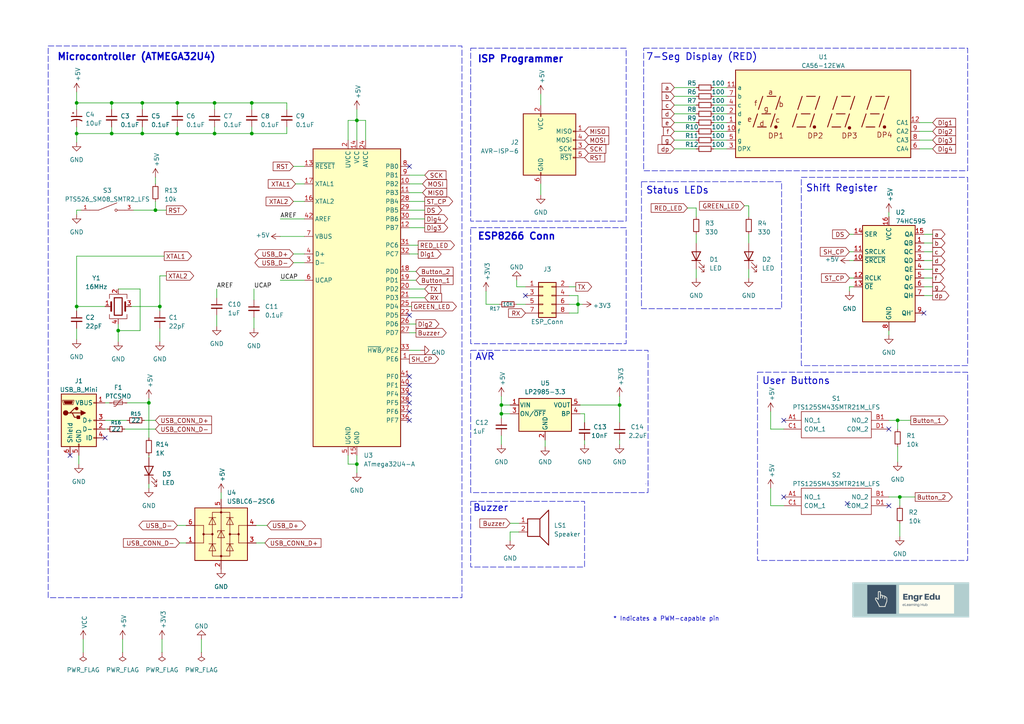
<source format=kicad_sch>
(kicad_sch (version 20230121) (generator eeschema)
  (paper "A4")
  (title_block (title "Phase_B:Prototype") (date "2023-03-22") (rev "1.0"))
  (junction (at 34.29 95.885))
  (junction (at 103.505 134.62))
  (junction (at 32.385 29.845))
  (junction (at 46.355 88.9))
  (junction (at 73.025 38.735))
  (junction (at 41.275 29.845))
  (junction (at 62.23 29.845))
  (junction (at 260.985 144.145))
  (junction (at 51.435 38.735))
  (junction (at 260.35 121.92))
  (junction (at 179.705 117.475))
  (junction (at 45.085 60.96))
  (junction (at 145.415 117.475))
  (junction (at 22.225 38.735))
  (junction (at 145.415 120.015))
  (junction (at 73.025 29.845))
  (junction (at 22.225 29.845))
  (junction (at 51.435 29.845))
  (junction (at 167.64 88.265))
  (junction (at 41.275 38.735))
  (junction (at 32.385 38.735))
  (junction (at 103.505 34.925))
  (junction (at 62.23 38.735))
  (junction (at 22.225 88.9))
  (junction (at 43.18 116.84))
  (no_connect (at 245.745 146.05))
  (no_connect (at 118.745 119.38))
  (no_connect (at 118.745 111.76))
  (no_connect (at 20.32 132.08))
  (no_connect (at 118.745 109.22))
  (no_connect (at 118.745 121.92))
  (no_connect (at 30.48 127))
  (no_connect (at 227.33 144.145))
  (no_connect (at 118.745 91.44))
  (no_connect (at 118.745 114.3))
  (no_connect (at 152.4 85.725))
  (no_connect (at 257.81 146.685))
  (no_connect (at 118.745 48.26))
  (no_connect (at 267.97 90.805))
  (no_connect (at 227.33 121.92))
  (no_connect (at 118.745 116.84))
  (no_connect (at 257.81 124.46))
  (wire (pts (xy 123.19 66.04) (xy 118.745 66.04)))
  (wire (pts (xy 62.23 38.735) (xy 51.435 38.735)))
  (wire (pts (xy 145.415 117.475) (xy 145.415 120.015)))
  (wire (pts (xy 24.13 185.42) (xy 24.13 189.23)))
  (wire (pts (xy 257.81 95.885) (xy 257.81 97.155)))
  (wire (pts (xy 85.09 73.66) (xy 88.265 73.66)))
  (wire (pts (xy 22.225 74.295) (xy 22.225 88.9)))
  (wire (pts (xy 207.01 30.48) (xy 210.82 30.48)))
  (wire (pts (xy 22.225 36.83) (xy 22.225 38.735)))
  (wire (pts (xy 123.19 63.5) (xy 118.745 63.5)))
  (wire (pts (xy 46.355 80.01) (xy 46.355 88.9)))
  (wire (pts (xy 167.64 88.265) (xy 165.1 88.265)))
  (wire (pts (xy 73.66 92.075) (xy 73.66 95.25)))
  (wire (pts (xy 43.18 115.57) (xy 43.18 116.84)))
  (wire (pts (xy 43.18 116.84) (xy 43.18 127)))
  (wire (pts (xy 62.23 31.75) (xy 62.23 29.845)))
  (wire (pts (xy 118.745 96.52) (xy 120.65 96.52)))
  (wire (pts (xy 144.78 88.265) (xy 140.97 88.265)))
  (wire (pts (xy 83.185 29.845) (xy 73.025 29.845)))
  (wire (pts (xy 58.42 185.42) (xy 58.42 189.23)))
  (wire (pts (xy 52.07 157.48) (xy 53.975 157.48)))
  (wire (pts (xy 168.275 117.475) (xy 179.705 117.475)))
  (wire (pts (xy 147.955 154.305) (xy 147.955 156.845)))
  (wire (pts (xy 267.97 67.945) (xy 270.51 67.945)))
  (wire (pts (xy 22.225 38.735) (xy 22.225 41.275)))
  (wire (pts (xy 74.295 157.48) (xy 76.835 157.48)))
  (wire (pts (xy 22.225 60.96) (xy 22.225 62.23)))
  (wire (pts (xy 100.965 132.08) (xy 100.965 134.62)))
  (wire (pts (xy 227.33 124.46) (xy 223.52 124.46)))
  (wire (pts (xy 40.64 95.885) (xy 34.29 95.885)))
  (wire (pts (xy 145.415 120.015) (xy 147.955 120.015)))
  (wire (pts (xy 260.35 121.92) (xy 260.35 124.46)))
  (wire (pts (xy 43.18 140.335) (xy 43.18 141.605)))
  (wire (pts (xy 201.93 67.945) (xy 201.93 70.485)))
  (wire (pts (xy 118.745 50.8) (xy 123.19 50.8)))
  (wire (pts (xy 106.045 40.64) (xy 106.045 34.925)))
  (wire (pts (xy 100.965 40.64) (xy 100.965 34.925)))
  (wire (pts (xy 246.38 73.025) (xy 247.65 73.025)))
  (wire (pts (xy 81.28 81.28) (xy 88.265 81.28)))
  (wire (pts (xy 35.56 185.42) (xy 35.56 189.23)))
  (wire (pts (xy 145.415 126.365) (xy 145.415 128.905)))
  (wire (pts (xy 83.185 31.75) (xy 83.185 29.845)))
  (wire (pts (xy 169.545 127.635) (xy 169.545 128.905)))
  (wire (pts (xy 120.65 81.28) (xy 118.745 81.28)))
  (wire (pts (xy 167.64 90.805) (xy 167.64 88.265)))
  (wire (pts (xy 30.48 121.92) (xy 36.83 121.92)))
  (wire (pts (xy 195.58 30.48) (xy 201.93 30.48)))
  (wire (pts (xy 23.495 60.96) (xy 22.225 60.96)))
  (wire (pts (xy 165.1 90.805) (xy 167.64 90.805)))
  (wire (pts (xy 147.955 151.765) (xy 150.495 151.765)))
  (wire (pts (xy 46.355 88.9) (xy 46.355 90.17)))
  (wire (pts (xy 145.415 120.015) (xy 145.415 121.285)))
  (wire (pts (xy 81.28 68.58) (xy 88.265 68.58)))
  (wire (pts (xy 266.7 38.1) (xy 270.51 38.1)))
  (wire (pts (xy 45.085 58.42) (xy 45.085 60.96)))
  (wire (pts (xy 30.48 124.46) (xy 31.115 124.46)))
  (wire (pts (xy 156.845 53.34) (xy 156.845 56.515)))
  (wire (pts (xy 121.285 73.66) (xy 118.745 73.66)))
  (wire (pts (xy 217.17 59.69) (xy 217.17 62.865)))
  (wire (pts (xy 46.99 185.42) (xy 46.99 189.23)))
  (wire (pts (xy 118.745 101.6) (xy 121.92 101.6)))
  (wire (pts (xy 100.965 34.925) (xy 103.505 34.925)))
  (wire (pts (xy 195.58 27.94) (xy 201.93 27.94)))
  (wire (pts (xy 165.1 83.185) (xy 167.005 83.185)))
  (wire (pts (xy 36.195 124.46) (xy 45.085 124.46)))
  (wire (pts (xy 165.1 85.725) (xy 167.64 85.725)))
  (wire (pts (xy 247.65 83.185) (xy 246.38 83.185)))
  (wire (pts (xy 30.48 88.9) (xy 22.225 88.9)))
  (wire (pts (xy 123.19 86.36) (xy 118.745 86.36)))
  (wire (pts (xy 179.705 117.475) (xy 179.705 122.555)))
  (wire (pts (xy 257.81 144.145) (xy 260.985 144.145)))
  (wire (pts (xy 85.725 53.34) (xy 88.265 53.34)))
  (wire (pts (xy 85.09 48.26) (xy 88.265 48.26)))
  (wire (pts (xy 145.415 114.935) (xy 145.415 117.475)))
  (wire (pts (xy 217.17 67.945) (xy 217.17 70.485)))
  (wire (pts (xy 195.58 35.56) (xy 201.93 35.56)))
  (wire (pts (xy 118.745 93.98) (xy 120.65 93.98)))
  (wire (pts (xy 257.81 61.595) (xy 257.81 62.865)))
  (wire (pts (xy 22.225 88.9) (xy 22.225 90.17)))
  (wire (pts (xy 73.025 31.75) (xy 73.025 29.845)))
  (wire (pts (xy 215.9 59.69) (xy 217.17 59.69)))
  (wire (pts (xy 149.86 83.185) (xy 149.86 81.28)))
  (wire (pts (xy 48.26 80.01) (xy 46.355 80.01)))
  (wire (pts (xy 40.64 83.82) (xy 40.64 95.885)))
  (wire (pts (xy 51.435 36.83) (xy 51.435 38.735)))
  (wire (pts (xy 38.735 60.96) (xy 45.085 60.96)))
  (wire (pts (xy 195.58 38.1) (xy 201.93 38.1)))
  (wire (pts (xy 246.38 67.945) (xy 247.65 67.945)))
  (wire (pts (xy 118.745 58.42) (xy 123.19 58.42)))
  (wire (pts (xy 207.01 25.4) (xy 210.82 25.4)))
  (wire (pts (xy 41.91 121.92) (xy 45.085 121.92)))
  (wire (pts (xy 260.35 121.92) (xy 264.16 121.92)))
  (wire (pts (xy 51.435 152.4) (xy 53.975 152.4)))
  (wire (pts (xy 77.47 152.4) (xy 74.295 152.4)))
  (wire (pts (xy 103.505 31.75) (xy 103.505 34.925)))
  (wire (pts (xy 62.865 91.44) (xy 62.865 94.615)))
  (wire (pts (xy 217.17 78.105) (xy 217.17 80.645)))
  (wire (pts (xy 267.97 80.645) (xy 270.51 80.645)))
  (wire (pts (xy 266.7 40.64) (xy 270.51 40.64)))
  (wire (pts (xy 62.23 29.845) (xy 73.025 29.845)))
  (wire (pts (xy 100.965 134.62) (xy 103.505 134.62)))
  (wire (pts (xy 64.135 142.875) (xy 64.135 144.78)))
  (wire (pts (xy 246.38 75.565) (xy 247.65 75.565)))
  (wire (pts (xy 260.985 144.145) (xy 260.985 146.685)))
  (wire (pts (xy 207.01 33.02) (xy 210.82 33.02)))
  (wire (pts (xy 152.4 83.185) (xy 149.86 83.185)))
  (wire (pts (xy 36.83 116.84) (xy 43.18 116.84)))
  (wire (pts (xy 45.085 60.96) (xy 48.26 60.96)))
  (wire (pts (xy 156.845 27.305) (xy 156.845 30.48)))
  (wire (pts (xy 73.025 38.735) (xy 62.23 38.735)))
  (wire (pts (xy 38.1 88.9) (xy 46.355 88.9)))
  (wire (pts (xy 45.085 51.435) (xy 45.085 53.34)))
  (wire (pts (xy 32.385 38.735) (xy 22.225 38.735)))
  (wire (pts (xy 81.28 63.5) (xy 88.265 63.5)))
  (wire (pts (xy 195.58 43.18) (xy 201.93 43.18)))
  (wire (pts (xy 150.495 154.305) (xy 147.955 154.305)))
  (wire (pts (xy 121.285 71.12) (xy 118.745 71.12)))
  (wire (pts (xy 22.225 29.845) (xy 32.385 29.845)))
  (wire (pts (xy 73.025 36.83) (xy 73.025 38.735)))
  (wire (pts (xy 103.505 132.08) (xy 103.505 134.62)))
  (wire (pts (xy 179.705 127.635) (xy 179.705 128.905)))
  (wire (pts (xy 158.115 127.635) (xy 158.115 129.54)))
  (wire (pts (xy 140.97 88.265) (xy 140.97 84.455)))
  (wire (pts (xy 118.745 53.34) (xy 122.555 53.34)))
  (wire (pts (xy 260.985 144.145) (xy 265.43 144.145)))
  (wire (pts (xy 22.225 26.67) (xy 22.225 29.845)))
  (wire (pts (xy 51.435 29.845) (xy 62.23 29.845)))
  (wire (pts (xy 123.19 60.96) (xy 118.745 60.96)))
  (wire (pts (xy 246.38 83.185) (xy 246.38 84.455)))
  (wire (pts (xy 207.01 40.64) (xy 210.82 40.64)))
  (wire (pts (xy 41.275 29.845) (xy 32.385 29.845)))
  (wire (pts (xy 41.275 29.845) (xy 51.435 29.845)))
  (wire (pts (xy 267.97 73.025) (xy 270.51 73.025)))
  (wire (pts (xy 85.09 58.42) (xy 88.265 58.42)))
  (wire (pts (xy 149.86 88.265) (xy 152.4 88.265)))
  (wire (pts (xy 207.01 27.94) (xy 210.82 27.94)))
  (wire (pts (xy 195.58 33.02) (xy 201.93 33.02)))
  (wire (pts (xy 207.01 38.1) (xy 210.82 38.1)))
  (wire (pts (xy 34.29 83.82) (xy 40.64 83.82)))
  (wire (pts (xy 73.66 83.82) (xy 73.66 86.995)))
  (wire (pts (xy 34.29 95.885) (xy 34.29 99.06)))
  (wire (pts (xy 167.64 85.725) (xy 167.64 88.265)))
  (wire (pts (xy 260.35 129.54) (xy 260.35 133.985)))
  (wire (pts (xy 267.97 75.565) (xy 270.51 75.565)))
  (wire (pts (xy 266.7 43.18) (xy 270.51 43.18)))
  (wire (pts (xy 118.745 88.9) (xy 119.38 88.9)))
  (wire (pts (xy 267.97 78.105) (xy 270.51 78.105)))
  (wire (pts (xy 257.81 121.92) (xy 260.35 121.92)))
  (wire (pts (xy 223.52 124.46) (xy 223.52 119.38)))
  (wire (pts (xy 62.865 83.82) (xy 62.865 86.36)))
  (wire (pts (xy 41.275 29.845) (xy 41.275 31.75)))
  (wire (pts (xy 267.97 70.485) (xy 270.51 70.485)))
  (wire (pts (xy 260.985 151.765) (xy 260.985 155.575)))
  (wire (pts (xy 41.275 36.83) (xy 41.275 38.735)))
  (wire (pts (xy 83.185 38.735) (xy 73.025 38.735)))
  (wire (pts (xy 195.58 25.4) (xy 201.93 25.4)))
  (wire (pts (xy 195.58 40.64) (xy 201.93 40.64)))
  (wire (pts (xy 145.415 117.475) (xy 147.955 117.475)))
  (wire (pts (xy 22.225 95.25) (xy 22.225 98.425)))
  (wire (pts (xy 51.435 31.75) (xy 51.435 29.845)))
  (wire (pts (xy 201.93 60.325) (xy 201.93 62.865)))
  (wire (pts (xy 22.225 29.845) (xy 22.225 31.75)))
  (wire (pts (xy 201.93 78.105) (xy 201.93 80.645)))
  (wire (pts (xy 120.65 78.74) (xy 118.745 78.74)))
  (wire (pts (xy 22.86 132.08) (xy 22.86 134.62)))
  (wire (pts (xy 46.355 95.25) (xy 46.355 99.06)))
  (wire (pts (xy 223.52 146.685) (xy 223.52 141.605)))
  (wire (pts (xy 62.23 36.83) (xy 62.23 38.735)))
  (wire (pts (xy 32.385 36.83) (xy 32.385 38.735)))
  (wire (pts (xy 179.705 114.935) (xy 179.705 117.475)))
  (wire (pts (xy 103.505 34.925) (xy 103.505 40.64)))
  (wire (pts (xy 103.505 134.62) (xy 103.505 137.16)))
  (wire (pts (xy 207.01 35.56) (xy 210.82 35.56)))
  (wire (pts (xy 267.97 85.725) (xy 270.51 85.725)))
  (wire (pts (xy 103.505 34.925) (xy 106.045 34.925)))
  (wire (pts (xy 51.435 38.735) (xy 41.275 38.735)))
  (wire (pts (xy 41.275 38.735) (xy 32.385 38.735)))
  (wire (pts (xy 266.7 35.56) (xy 270.51 35.56)))
  (wire (pts (xy 227.33 146.685) (xy 223.52 146.685)))
  (wire (pts (xy 85.09 76.2) (xy 88.265 76.2)))
  (wire (pts (xy 30.48 116.84) (xy 31.75 116.84)))
  (wire (pts (xy 34.29 95.885) (xy 34.29 93.98)))
  (wire (pts (xy 168.275 120.015) (xy 169.545 120.015)))
  (wire (pts (xy 246.38 80.645) (xy 247.65 80.645)))
  (wire (pts (xy 47.625 74.295) (xy 22.225 74.295)))
  (wire (pts (xy 83.185 36.83) (xy 83.185 38.735)))
  (wire (pts (xy 199.39 60.325) (xy 201.93 60.325)))
  (wire (pts (xy 169.545 120.015) (xy 169.545 122.555)))
  (wire (pts (xy 43.18 132.08) (xy 43.18 132.715)))
  (wire (pts (xy 118.745 83.82) (xy 123.19 83.82)))
  (wire (pts (xy 167.64 88.265) (xy 168.91 88.265)))
  (wire (pts (xy 267.97 83.185) (xy 270.51 83.185)))
  (wire (pts (xy 118.745 55.88) (xy 122.555 55.88)))
  (wire (pts (xy 32.385 31.75) (xy 32.385 29.845)))
  (wire (pts (xy 207.01 43.18) (xy 210.82 43.18)))
  (rectangle (start 187.96 140.335) (end 187.96 140.335))
  (rectangle (start 136.525 66.04) (end 181.61 99.695) (stroke (width 0) (type dash)))
  (rectangle (start 136.525 13.97) (end 181.61 64.135) (stroke (width 0) (type dash)))
  (rectangle (start 13.97 13.335) (end 133.985 173.355) (stroke (width 0) (type dash)))
  (rectangle (start 136.525 101.6) (end 187.96 142.875) (stroke (width 0) (type dash)))
  (rectangle (start 136.525 145.415) (end 169.545 164.465) (stroke (width 0) (type dash)))
  (rectangle (start 187.325 140.335) (end 187.325 140.335))
  (rectangle (start 219.71 107.95) (end 280.67 162.56) (stroke (width 0) (type dash)))
  (rectangle (start 186.055 52.705) (end 226.695 89.535) (stroke (width 0) (type dash)))
  (rectangle (start 232.41 51.435) (end 280.67 106.045) (stroke (width 0) (type dash)))
  (rectangle (start 186.69 13.97) (end 280.67 49.53) (stroke (width 0) (type dash)))
  (image (at 264.16 173.99) (scale 0.800628))
  (text "Shift Register" (at 233.68 55.88 0) (effects (font (size 2 2) (thickness 0.254) bold) (justify left bottom)))
  (text "ISP Programmer" (at 138.43 18.415 0) (effects (font (size 2 2) (thickness 0.4) bold) (justify left bottom)))
  (text "Status LEDs" (at 187.325 56.515 0) (effects (font (size 2 2) (thickness 0.254) bold) (justify left bottom)))
  (text "AVR" (at 137.795 104.775 0) (effects (font (size 2 2) (thickness 0.254) bold) (justify left bottom)))
  (text "ESP8266 Conn" (at 138.43 69.85 0) (effects (font (size 2 2) (thickness 0.4) bold) (justify left bottom)))
  (text "Microcontroller (ATMEGA32U4)" (at 16.51 17.78 0) (effects (font (size 2 2) bold) (justify left bottom)))
  (text "User Buttons" (at 220.98 111.76 0) (effects (font (size 2 2) (thickness 0.254) bold) (justify left bottom)))
  (text "Buzzer" (at 137.16 148.59 0) (effects (font (size 2 2) (thickness 0.254) bold) (justify left bottom)))
  (text "* Indicates a PWM-capable pin" (at 177.8 180.34 0) (effects (font (size 1.27 1.27)) (justify left bottom)))
  (text "7-Seg Display (RED)" (at 187.325 17.78 0) (effects (font (size 2 2) (thickness 0.254) bold) (justify left bottom)))
  (label "UCAP" (at 73.66 83.82 0))
  (label "UCAP" (at 81.28 81.28 0))
  (label "AREF" (at 62.865 83.82 0))
  (label "AREF" (at 81.28 63.5 0))
  (global_label "Button_1" (shape input) (at 120.65 81.28 0) (property "Intersheetrefs" "${INTERSHEET_REFS}" (effects hide)))
  (global_label "Buzzer" (shape output) (at 120.65 96.52 0) (property "Intersheetrefs" "${INTERSHEET_REFS}" (effects hide)))
  (global_label "e" (shape output) (at 270.51 78.105 0) (property "Intersheetrefs" "${INTERSHEET_REFS}" (effects hide)))
  (global_label "Button_1" (shape output) (at 264.16 121.92 0) (property "Intersheetrefs" "${INTERSHEET_REFS}" (effects hide)))
  (global_label "g" (shape output) (at 270.51 83.185 0) (property "Intersheetrefs" "${INTERSHEET_REFS}" (effects hide)))
  (global_label "RX" (shape input) (at 152.4 90.805 180) (property "Intersheetrefs" "${INTERSHEET_REFS}" (effects hide)))
  (global_label "XTAL1" (shape input) (at 85.725 53.34 180) (property "Intersheetrefs" "${INTERSHEET_REFS}" (effects hide)))
  (global_label "dp" (shape output) (at 270.51 85.725 0) (property "Intersheetrefs" "${INTERSHEET_REFS}" (effects hide)))
  (global_label "USB_CONN_D-" (shape input) (at 52.07 157.48 180) (property "Intersheetrefs" "${INTERSHEET_REFS}" (effects hide)))
  (global_label "USB_D+" (shape bidirectional) (at 85.09 73.66 180) (property "Intersheetrefs" "${INTERSHEET_REFS}" (effects hide)))
  (global_label "b" (shape input) (at 195.58 27.94 180) (property "Intersheetrefs" "${INTERSHEET_REFS}" (effects hide)))
  (global_label "f" (shape output) (at 270.51 80.645 0) (property "Intersheetrefs" "${INTERSHEET_REFS}" (effects hide)))
  (global_label "ST_CP" (shape input) (at 246.38 80.645 180) (property "Intersheetrefs" "${INTERSHEET_REFS}" (effects hide)))
  (global_label "XTAL2" (shape output) (at 48.26 80.01 0) (property "Intersheetrefs" "${INTERSHEET_REFS}" (effects hide)))
  (global_label "d" (shape input) (at 195.58 33.02 180) (property "Intersheetrefs" "${INTERSHEET_REFS}" (effects hide)))
  (global_label "Dig1" (shape output) (at 121.285 73.66 0) (property "Intersheetrefs" "${INTERSHEET_REFS}" (effects hide)))
  (global_label "a" (shape input) (at 195.58 25.4 180) (property "Intersheetrefs" "${INTERSHEET_REFS}" (effects hide)))
  (global_label "USB_D+" (shape bidirectional) (at 77.47 152.4 0) (property "Intersheetrefs" "${INTERSHEET_REFS}" (effects hide)))
  (global_label "RST" (shape input) (at 169.545 45.72 0) (property "Intersheetrefs" "${INTERSHEET_REFS}" (effects hide)))
  (global_label "Dig3" (shape output) (at 123.19 66.04 0) (property "Intersheetrefs" "${INTERSHEET_REFS}" (effects hide)))
  (global_label "c" (shape output) (at 270.51 73.025 0) (property "Intersheetrefs" "${INTERSHEET_REFS}" (effects hide)))
  (global_label "USB_CONN_D+" (shape input) (at 76.835 157.48 0) (property "Intersheetrefs" "${INTERSHEET_REFS}" (effects hide)))
  (global_label "RED_LED" (shape output) (at 121.285 71.12 0) (property "Intersheetrefs" "${INTERSHEET_REFS}" (effects hide)))
  (global_label "DS" (shape output) (at 123.19 60.96 0) (property "Intersheetrefs" "${INTERSHEET_REFS}" (effects hide)))
  (global_label "g" (shape input) (at 195.58 40.64 180) (property "Intersheetrefs" "${INTERSHEET_REFS}" (effects hide)))
  (global_label "Dig1" (shape input) (at 270.51 35.56 0) (property "Intersheetrefs" "${INTERSHEET_REFS}" (effects hide)))
  (global_label "TX" (shape input) (at 123.19 83.82 0) (property "Intersheetrefs" "${INTERSHEET_REFS}" (effects hide)))
  (global_label "ST_CP" (shape output) (at 123.19 58.42 0) (property "Intersheetrefs" "${INTERSHEET_REFS}" (effects hide)))
  (global_label "GREEN_LED" (shape input) (at 215.9 59.69 180) (property "Intersheetrefs" "${INTERSHEET_REFS}" (effects hide)))
  (global_label "GREEN_LED" (shape output) (at 119.38 88.9 0) (property "Intersheetrefs" "${INTERSHEET_REFS}" (effects hide)))
  (global_label "RX" (shape input) (at 123.19 86.36 0) (property "Intersheetrefs" "${INTERSHEET_REFS}" (effects hide)))
  (global_label "a" (shape output) (at 270.51 67.945 0) (property "Intersheetrefs" "${INTERSHEET_REFS}" (effects hide)))
  (global_label "Dig2" (shape input) (at 270.51 38.1 0) (property "Intersheetrefs" "${INTERSHEET_REFS}" (effects hide)))
  (global_label "DS" (shape input) (at 246.38 67.945 180) (property "Intersheetrefs" "${INTERSHEET_REFS}" (effects hide)))
  (global_label "SH_CP" (shape input) (at 246.38 73.025 180) (property "Intersheetrefs" "${INTERSHEET_REFS}" (effects hide)))
  (global_label "RST" (shape input) (at 85.09 48.26 180) (property "Intersheetrefs" "${INTERSHEET_REFS}" (effects hide)))
  (global_label "Button_2" (shape output) (at 265.43 144.145 0) (property "Intersheetrefs" "${INTERSHEET_REFS}" (effects hide)))
  (global_label "Dig2" (shape output) (at 120.65 93.98 0) (property "Intersheetrefs" "${INTERSHEET_REFS}" (effects hide)))
  (global_label "Dig4" (shape input) (at 270.51 43.18 0) (property "Intersheetrefs" "${INTERSHEET_REFS}" (effects hide)))
  (global_label "MISO" (shape input) (at 169.545 38.1 0) (property "Intersheetrefs" "${INTERSHEET_REFS}" (effects hide)))
  (global_label "XTAL1" (shape output) (at 47.625 74.295 0) (property "Intersheetrefs" "${INTERSHEET_REFS}" (effects hide)))
  (global_label "SCK" (shape input) (at 123.19 50.8 0) (property "Intersheetrefs" "${INTERSHEET_REFS}" (effects hide)))
  (global_label "USB_CONN_D+" (shape input) (at 45.085 121.92 0) (property "Intersheetrefs" "${INTERSHEET_REFS}" (effects hide)))
  (global_label "c" (shape input) (at 195.58 30.48 180) (property "Intersheetrefs" "${INTERSHEET_REFS}" (effects hide)))
  (global_label "Button_2" (shape input) (at 120.65 78.74 0) (property "Intersheetrefs" "${INTERSHEET_REFS}" (effects hide)))
  (global_label "TX" (shape output) (at 167.005 83.185 0) (property "Intersheetrefs" "${INTERSHEET_REFS}" (effects hide)))
  (global_label "dp" (shape input) (at 195.58 43.18 180) (property "Intersheetrefs" "${INTERSHEET_REFS}" (effects hide)))
  (global_label "XTAL2" (shape input) (at 85.09 58.42 180) (property "Intersheetrefs" "${INTERSHEET_REFS}" (effects hide)))
  (global_label "SH_CP" (shape output) (at 118.745 104.14 0) (property "Intersheetrefs" "${INTERSHEET_REFS}" (effects hide)))
  (global_label "Dig3" (shape input) (at 270.51 40.64 0) (property "Intersheetrefs" "${INTERSHEET_REFS}" (effects hide)))
  (global_label "Dig4" (shape output) (at 123.19 63.5 0) (property "Intersheetrefs" "${INTERSHEET_REFS}" (effects hide)))
  (global_label "Buzzer" (shape input) (at 147.955 151.765 180) (property "Intersheetrefs" "${INTERSHEET_REFS}" (effects hide)))
  (global_label "d" (shape output) (at 270.51 75.565 0) (property "Intersheetrefs" "${INTERSHEET_REFS}" (effects hide)))
  (global_label "USB_CONN_D-" (shape input) (at 45.085 124.46 0) (property "Intersheetrefs" "${INTERSHEET_REFS}" (effects hide)))
  (global_label "USB_D-" (shape bidirectional) (at 51.435 152.4 180) (property "Intersheetrefs" "${INTERSHEET_REFS}" (effects hide)))
  (global_label "e" (shape input) (at 195.58 35.56 180) (property "Intersheetrefs" "${INTERSHEET_REFS}" (effects hide)))
  (global_label "MOSI" (shape input) (at 122.555 53.34 0) (property "Intersheetrefs" "${INTERSHEET_REFS}" (effects hide)))
  (global_label "MOSI" (shape input) (at 169.545 40.64 0) (property "Intersheetrefs" "${INTERSHEET_REFS}" (effects hide)))
  (global_label "f" (shape input) (at 195.58 38.1 180) (property "Intersheetrefs" "${INTERSHEET_REFS}" (effects hide)))
  (global_label "b" (shape output) (at 270.51 70.485 0) (property "Intersheetrefs" "${INTERSHEET_REFS}" (effects hide)))
  (global_label "MISO" (shape input) (at 122.555 55.88 0) (property "Intersheetrefs" "${INTERSHEET_REFS}" (effects hide)))
  (global_label "USB_D-" (shape bidirectional) (at 85.09 76.2 180) (property "Intersheetrefs" "${INTERSHEET_REFS}" (effects hide)))
  (global_label "RED_LED" (shape input) (at 199.39 60.325 180) (property "Intersheetrefs" "${INTERSHEET_REFS}" (effects hide)))
  (global_label "RST" (shape output) (at 48.26 60.96 0) (property "Intersheetrefs" "${INTERSHEET_REFS}" (effects hide)))
  (global_label "SCK" (shape input) (at 169.545 43.18 0) (property "Intersheetrefs" "${INTERSHEET_REFS}" (effects hide)))
  (symbol (lib_id "power:+5V") (at 223.52 141.605 0) (unit 1)
    (property "Reference" "#PWR014" (effects hide))
    (property "Value" "+5V" (at 223.8756 138.557 90) (effects (justify left)))
  )
  (symbol (lib_id "74xx:74HC595") (at 257.81 78.105 0) (unit 1)
    (property "Reference" "U2" (at 259.7659 61.595 0) (effects (justify left)))
    (property "Value" "74HC595" (at 259.7659 64.135 0) (effects (justify left)))
    (property "Footprint" "Package_SO:TSSOP-16_4.4x5mm_P0.65mm" (effects hide))
    (property "Datasheet" "http://www.ti.com/lit/ds/symlink/sn74hc595.pdf" (effects hide))
  )
  (symbol (lib_id "power:PWR_FLAG") (at 24.13 189.23 180) (unit 1)
    (property "Reference" "#FLG01" (effects hide))
    (property "Value" "PWR_FLAG" (at 24.13 194.31 0))
  )
  (symbol (lib_id "Device:R_Small") (at 45.085 55.88 0) (unit 1)
    (property "Reference" "R13" (at 47.625 55.245 0) (effects (justify left)))
    (property "Value" "10k" (at 47.625 57.785 0) (effects (justify left)))
    (property "Footprint" "Resistor_SMD:R_0603_1608Metric" (effects hide))
  )
  (symbol (lib_id "Connector:AVR-ISP-6") (at 159.385 43.18 0) (unit 1)
    (property "Reference" "J2" (at 150.495 41.275 0) (effects (justify right)))
    (property "Value" "AVR-ISP-6" (at 150.495 43.815 0) (effects (justify right)))
    (property "Footprint" "Connector_PinSocket_2.54mm:PinSocket_2x03_P2.54mm_Vertical" (effects hide))
    (property "Datasheet" " ~" (effects hide))
  )
  (symbol (lib_id "Connector_Generic:Conn_02x04_Odd_Even") (at 157.48 85.725 0) (unit 1)
    (property "Reference" "J3" (at 158.75 78.105 0))
    (property "Value" "ESP_Conn" (at 158.75 93.345 0))
    (property "Footprint" "Connector_PinSocket_2.54mm:PinSocket_2x04_P2.54mm_Vertical" (effects hide))
  )
  (symbol (lib_id "Device:LED") (at 201.93 74.295 90) (unit 1)
    (property "Reference" "D1" (at 205.74 75.2475 90) (effects (justify right)))
    (property "Value" "LED" (at 205.74 77.7875 90) (effects (justify right)))
    (property "Footprint" "LED_SMD:LED_0805_2012Metric" (effects hide))
  )
  (symbol (lib_id "Device:C_Small") (at 179.705 125.095 0) (unit 1)
    (property "Reference" "C14" (at 182.88 123.825 0) (effects (justify left)))
    (property "Value" "2.2uF" (at 182.245 126.365 0) (effects (justify left)))
    (property "Footprint" "Capacitor_SMD:C_0603_1608Metric" (effects hide))
  )
  (symbol (lib_id "Device:C_Polarized_Small_US") (at 22.225 34.29 0) (unit 1)
    (property "Reference" "C4" (at 24.765 33.2232 0) (effects (justify left)))
    (property "Value" "10uF" (at 24.765 35.7632 0) (effects (justify left)))
    (property "Footprint" "Capacitor_SMD:C_0805_2012Metric" (effects hide))
  )
  (symbol (lib_id "Device:C_Small") (at 51.435 34.29 0) (unit 1)
    (property "Reference" "C6" (at 53.975 33.6613 0) (effects (justify left)))
    (property "Value" "0.1uF" (at 53.975 36.2013 0) (effects (justify left)))
    (property "Footprint" "Capacitor_SMD:C_0603_1608Metric" (effects hide))
  )
  (symbol (lib_id "Device:Crystal_GND24") (at 34.29 88.9 0) (unit 1)
    (property "Reference" "Y1" (at 27.94 80.645 0))
    (property "Value" "16MHz" (at 27.94 83.185 0))
    (property "Footprint" "Crystal:Crystal_SMD_Abracon_ABM8AIG-4Pin_3.2x2.5mm" (effects hide))
  )
  (symbol (lib_id "power:+5V") (at 43.18 115.57 0) (unit 1)
    (property "Reference" "#PWR029" (effects hide))
    (property "Value" "+5V" (at 43.5356 112.522 90) (effects (justify left)))
  )
  (symbol (lib_id "power:GND") (at 22.86 134.62 0) (unit 1)
    (property "Reference" "#PWR028" (effects hide))
    (property "Value" "GND" (at 22.86 139.7 0))
  )
  (symbol (lib_id "power:GND") (at 145.415 128.905 0) (unit 1)
    (property "Reference" "#PWR041" (effects hide))
    (property "Value" "GND" (at 145.415 133.985 0))
  )
  (symbol (lib_id "power:+3V3") (at 168.91 88.265 270) (unit 1)
    (property "Reference" "#PWR035" (effects hide))
    (property "Value" "+3.3V" (at 171.958 88.646 90) (effects (justify left)))
  )
  (symbol (lib_id "PTS526_SMD_Button:PTS526_SM08_SMTR2_LFS") (at 31.115 60.96 0) (unit 1)
    (property "Reference" "S3" (at 31.115 55.245 0))
    (property "Value" "PTS526_SM08_SMTR2_LFS" (at 31.115 57.785 0))
    (property "Footprint" "PTS526_SMD_Button:PTS526_SMD_Button" (effects hide))
    (property "STANDARD" "Manufacturer Recommendations" (effects hide))
    (property "MANUFACTURER" "C&K" (effects hide))
    (property "PARTREV" "20 mar 19" (effects hide))
    (property "MAXIMUM_PACKAGE_HEIGHT" "0.95mm" (effects hide))
  )
  (symbol (lib_id "power:GND") (at 22.225 98.425 0) (unit 1)
    (property "Reference" "#PWR04" (effects hide))
    (property "Value" "GND" (at 22.225 103.505 0))
  )
  (symbol (lib_id "Device:R_Small") (at 43.18 129.54 0) (unit 1)
    (property "Reference" "R14" (at 45.085 128.905 0) (effects (justify left)))
    (property "Value" "1K" (at 45.085 131.445 0) (effects (justify left)))
    (property "Footprint" "Resistor_SMD:R_0805_2012Metric" (effects hide))
  )
  (symbol (lib_id "Device:C_Small") (at 83.185 34.29 0) (unit 1)
    (property "Reference" "C9" (at 85.725 33.6613 0) (effects (justify left)))
    (property "Value" "0.1uF" (at 85.725 36.2013 0) (effects (justify left)))
    (property "Footprint" "Capacitor_SMD:C_0603_1608Metric" (effects hide))
  )
  (symbol (lib_id "power:GND") (at 121.92 101.6 90) (unit 1)
    (property "Reference" "#PWR044" (effects hide))
    (property "Value" "GND" (at 125.095 102.235 90) (effects (justify right)))
  )
  (symbol (lib_id "Device:R_Small") (at 33.655 124.46 90) (unit 1)
    (property "Reference" "R16" (at 33.655 122.555 90) (effects (font (size 1 1))))
    (property "Value" "22" (at 33.655 124.46 90))
    (property "Footprint" "Resistor_SMD:R_0603_1608Metric" (effects hide))
  )
  (symbol (lib_id "SMD_Button:PTS125SM43SMTR21M_LFS") (at 227.33 144.145 0) (unit 1)
    (property "Reference" "S2" (at 242.57 137.795 0))
    (property "Value" "PTS125SM43SMTR21M_LFS" (at 242.57 140.335 0))
    (property "Footprint" "PTS125_SMD_Button:PTS125_SMD_Button" (effects hide))
    (property "Datasheet" "https://www.ckswitches.com/media/1462/pts125.pdf" (effects hide))
    (property "Description" "Tactile Switches SWITCH TACTILE 50mA @ 12VDC, SPST-NO, Surface Mount, Top Actuated, Gull Wing, 180gf" (effects hide))
    (property "Height" "4.3" (effects hide))
    (property "Manufacturer_Name" "C & K COMPONENTS" (effects hide))
    (property "Manufacturer_Part_Number" "PTS125SM43SMTR21M LFS" (effects hide))
    (property "Mouser Part Number" "611-PTS125S43SMTRLFS" (effects hide))
    (property "Mouser Price/Stock" "https://www.mouser.co.uk/ProductDetail/CK/PTS125SM43SMTR21M-LFS?qs=t7xnP681wgUNXpRGJY2Vkw%3D%3D" (effects hide))
  )
  (symbol (lib_id "power:+3V3") (at 179.705 114.935 0) (unit 1)
    (property "Reference" "#PWR042" (effects hide))
    (property "Value" "+3.3V" (at 180.086 111.887 90) (effects (justify left)))
  )
  (symbol (lib_id "Device:C_Small") (at 22.225 92.71 0) (unit 1)
    (property "Reference" "C2" (at 24.765 92.0813 0) (effects (justify left)))
    (property "Value" "22pF" (at 24.765 94.6213 0) (effects (justify left)))
    (property "Footprint" "Capacitor_SMD:C_0603_1608Metric" (effects hide))
  )
  (symbol (lib_id "power:PWR_FLAG") (at 35.56 189.23 180) (unit 1)
    (property "Reference" "#FLG02" (effects hide))
    (property "Value" "PWR_FLAG" (at 35.56 194.31 0))
  )
  (symbol (lib_id "Device:R_Small") (at 204.47 33.02 90) (unit 1)
    (property "Reference" "R8" (at 200.66 31.75 90))
    (property "Value" "100" (at 208.28 31.75 90))
    (property "Footprint" "Resistor_SMD:R_0805_2012Metric" (effects hide))
  )
  (symbol (lib_id "power:+5V") (at 257.81 61.595 0) (unit 1)
    (property "Reference" "#PWR07" (effects hide))
    (property "Value" "+5V" (at 258.1656 58.547 90) (effects (justify left)))
  )
  (symbol (lib_id "Power_Protection:USBLC6-2SC6") (at 64.135 154.94 0) (unit 1)
    (property "Reference" "U4" (at 65.7861 142.875 0) (effects (justify left)))
    (property "Value" "USBLC6-2SC6" (at 65.7861 145.415 0) (effects (justify left)))
    (property "Footprint" "Package_TO_SOT_SMD:SOT-23-6" (effects hide))
    (property "Datasheet" "https://www.st.com/resource/en/datasheet/usblc6-2.pdf" (effects hide))
  )
  (symbol (lib_id "power:GND") (at 22.225 62.23 0) (unit 1)
    (property "Reference" "#PWR01" (effects hide))
    (property "Value" "GND" (at 22.225 67.31 0))
  )
  (symbol (lib_id "power:+3V3") (at 140.97 84.455 0) (unit 1)
    (property "Reference" "#PWR036" (effects hide))
    (property "Value" "+3.3V" (at 141.351 81.407 90) (effects (justify left)))
  )
  (symbol (lib_id "power:GND") (at 149.86 81.28 180) (unit 1)
    (property "Reference" "#PWR037" (effects hide))
    (property "Value" "GND" (at 149.86 77.47 0))
  )
  (symbol (lib_id "Device:C_Small") (at 41.275 34.29 0) (unit 1)
    (property "Reference" "C5" (at 43.815 33.6613 0) (effects (justify left)))
    (property "Value" "0.1uF" (at 43.815 36.2013 0) (effects (justify left)))
    (property "Footprint" "Capacitor_SMD:C_0603_1608Metric" (effects hide))
  )
  (symbol (lib_id "Device:R_Small") (at 260.35 127 0) (unit 1)
    (property "Reference" "R1" (at 262.89 126.365 0) (effects (justify left)))
    (property "Value" "10k" (at 262.89 128.905 0) (effects (justify left)))
    (property "Footprint" "Resistor_SMD:R_0603_1608Metric" (effects hide))
  )
  (symbol (lib_id "Device:R_Small") (at 260.985 149.225 0) (unit 1)
    (property "Reference" "R2" (at 263.525 148.59 0) (effects (justify left)))
    (property "Value" "10k" (at 263.525 151.13 0) (effects (justify left)))
    (property "Footprint" "Resistor_SMD:R_0603_1608Metric" (effects hide))
  )
  (symbol (lib_id "Device:C_Small") (at 169.545 125.095 0) (unit 1)
    (property "Reference" "C13" (at 172.085 123.825 0) (effects (justify left)))
    (property "Value" "10nF" (at 171.45 126.365 0) (effects (justify left)))
    (property "Footprint" "Capacitor_SMD:C_0603_1608Metric" (effects hide))
  )
  (symbol (lib_id "Device:C_Small") (at 32.385 34.29 0) (unit 1)
    (property "Reference" "C3" (at 34.925 33.6613 0) (effects (justify left)))
    (property "Value" "0.1uF" (at 34.925 36.2013 0) (effects (justify left)))
    (property "Footprint" "Capacitor_SMD:C_0603_1608Metric" (effects hide))
  )
  (symbol (lib_id "power:+5V") (at 35.56 185.42 0) (unit 1)
    (property "Reference" "#PWR018" (effects hide))
    (property "Value" "+5V" (at 35.9156 182.372 90) (effects (justify left)))
  )
  (symbol (lib_id "Device:R_Small") (at 204.47 30.48 90) (unit 1)
    (property "Reference" "R7" (at 200.66 29.21 90))
    (property "Value" "100" (at 208.28 29.21 90))
    (property "Footprint" "Resistor_SMD:R_0805_2012Metric" (effects hide))
  )
  (symbol (lib_id "Device:LED") (at 217.17 74.295 90) (unit 1)
    (property "Reference" "D2" (at 220.98 75.2475 90) (effects (justify right)))
    (property "Value" "LED" (at 220.98 77.7875 90) (effects (justify right)))
    (property "Footprint" "LED_SMD:LED_0805_2012Metric" (effects hide))
  )
  (symbol (lib_id "power:VCC") (at 24.13 185.42 0) (unit 1)
    (property "Reference" "#PWR017" (effects hide))
    (property "Value" "VCC" (at 24.511 182.372 90) (effects (justify left)))
  )
  (symbol (lib_id "power:PWR_FLAG") (at 46.99 189.23 180) (unit 1)
    (property "Reference" "#FLG03" (effects hide))
    (property "Value" "PWR_FLAG" (at 46.99 194.31 0))
  )
  (symbol (lib_id "Device:R_Small") (at 204.47 38.1 90) (unit 1)
    (property "Reference" "R10" (at 200.66 36.83 90))
    (property "Value" "100" (at 208.28 36.83 90))
    (property "Footprint" "Resistor_SMD:R_0805_2012Metric" (effects hide))
  )
  (symbol (lib_id "power:GND") (at 22.225 41.275 0) (unit 1)
    (property "Reference" "#PWR024" (effects hide))
    (property "Value" "GND" (at 22.225 46.355 0))
  )
  (symbol (lib_id "Device:C_Small") (at 73.66 89.535 0) (unit 1)
    (property "Reference" "C11" (at 76.835 88.9063 0) (effects (justify left)))
    (property "Value" "0.1uF" (at 76.835 91.44 0) (effects (justify left)))
    (property "Footprint" "Capacitor_SMD:C_0603_1608Metric" (effects hide))
  )
  (symbol (lib_id "Regulator_Linear:LP2985-3.3") (at 158.115 120.015 0) (unit 1)
    (property "Reference" "U5" (at 158.115 111.125 0))
    (property "Value" "LP2985-3.3" (at 158.115 113.665 0))
    (property "Footprint" "Package_TO_SOT_SMD:SOT-23-5" (effects hide))
    (property "Datasheet" "http://www.ti.com/lit/ds/symlink/lp2985.pdf" (effects hide))
  )
  (symbol (lib_id "SMD_Button:PTS125SM43SMTR21M_LFS") (at 227.33 121.92 0) (unit 1)
    (property "Reference" "S1" (at 242.57 115.57 0))
    (property "Value" "PTS125SM43SMTR21M_LFS" (at 242.57 118.11 0))
    (property "Footprint" "PTS125_SMD_Button:PTS125_SMD_Button" (effects hide))
    (property "Datasheet" "https://www.ckswitches.com/media/1462/pts125.pdf" (effects hide))
    (property "Description" "Tactile Switches SWITCH TACTILE 50mA @ 12VDC, SPST-NO, Surface Mount, Top Actuated, Gull Wing, 180gf" (effects hide))
    (property "Height" "4.3" (effects hide))
    (property "Manufacturer_Name" "C & K COMPONENTS" (effects hide))
    (property "Manufacturer_Part_Number" "PTS125SM43SMTR21M LFS" (effects hide))
    (property "Mouser Part Number" "611-PTS125S43SMTRLFS" (effects hide))
    (property "Mouser Price/Stock" "https://www.mouser.co.uk/ProductDetail/CK/PTS125SM43SMTR21M-LFS?qs=t7xnP681wgUNXpRGJY2Vkw%3D%3D" (effects hide))
  )
  (symbol (lib_id "power:GND") (at 43.18 141.605 0) (unit 1)
    (property "Reference" "#PWR030" (effects hide))
    (property "Value" "GND" (at 43.18 146.685 0))
  )
  (symbol (lib_id "power:PWR_FLAG") (at 58.42 189.23 180) (unit 1)
    (property "Reference" "#FLG04" (effects hide))
    (property "Value" "PWR_FLAG" (at 58.42 194.31 0))
  )
  (symbol (lib_id "Device:R_Small") (at 147.32 88.265 270) (unit 1)
    (property "Reference" "R17" (at 143.51 89.535 90) (effects (font (size 1 1))))
    (property "Value" "10K" (at 147.32 88.265 90) (effects (font (size 1 1))))
    (property "Footprint" "Resistor_SMD:R_0805_2012Metric" (effects hide))
  )
  (symbol (lib_id "power:GND") (at 103.505 137.16 0) (unit 1)
    (property "Reference" "#PWR021" (effects hide))
    (property "Value" "GND" (at 103.505 142.24 0))
  )
  (symbol (lib_id "Device:R_Small") (at 201.93 65.405 0) (unit 1)
    (property "Reference" "R3" (at 204.47 64.77 0) (effects (justify left)))
    (property "Value" "330" (at 204.47 67.31 0) (effects (justify left)))
    (property "Footprint" "Resistor_SMD:R_0805_2012Metric" (effects hide))
  )
  (symbol (lib_id "power:GND") (at 156.845 56.515 0) (unit 1)
    (property "Reference" "#PWR034" (effects hide))
    (property "Value" "GND" (at 156.845 61.595 0))
  )
  (symbol (lib_name "GND_1") (lib_id "power:GND") (at 260.985 155.575 0) (unit 1)
    (property "Reference" "#PWR015" (effects hide))
    (property "Value" "GND" (at 260.985 160.655 0))
  )
  (symbol (lib_name "GND_1") (lib_id "power:GND") (at 64.135 165.1 0) (unit 1)
    (property "Reference" "#PWR032" (effects hide))
    (property "Value" "GND" (at 64.135 170.18 0))
  )
  (symbol (lib_name "GND_1") (lib_id "power:GND") (at 58.42 185.42 180) (unit 1)
    (property "Reference" "#PWR011" (effects hide))
    (property "Value" "GND" (at 58.42 181.61 0))
  )
  (symbol (lib_id "Device:C_Small") (at 62.865 88.9 0) (unit 1)
    (property "Reference" "C10" (at 66.04 88.2713 0) (effects (justify left)))
    (property "Value" "1uF" (at 66.04 90.805 0) (effects (justify left)))
    (property "Footprint" "Capacitor_SMD:C_0603_1608Metric" (effects hide))
  )
  (symbol (lib_id "Device:R_Small") (at 204.47 25.4 90) (unit 1)
    (property "Reference" "R5" (at 200.66 24.13 90))
    (property "Value" "100" (at 208.28 24.13 90))
    (property "Footprint" "Resistor_SMD:R_0805_2012Metric" (effects hide))
  )
  (symbol (lib_id "power:+5V") (at 246.38 75.565 90) (unit 1)
    (property "Reference" "#PWR09" (effects hide))
    (property "Value" "+5V" (at 243.332 75.2094 90) (effects (justify left)))
  )
  (symbol (lib_id "Connector:USB_B_Mini") (at 22.86 121.92 0) (unit 1)
    (property "Reference" "J1" (at 22.86 110.49 0))
    (property "Value" "USB_B_Mini" (at 22.86 113.03 0))
    (property "Footprint" "Connector_USB:USB_Mini-B_Lumberg_2486_01_Horizontal" (effects hide))
  )
  (symbol (lib_id "power:GND") (at 158.115 129.54 0) (unit 1)
    (property "Reference" "#PWR038" (effects hide))
    (property "Value" "GND" (at 158.115 133.985 0))
  )
  (symbol (lib_id "Device:C_Small") (at 62.23 34.29 0) (unit 1)
    (property "Reference" "C7" (at 64.77 33.6613 0) (effects (justify left)))
    (property "Value" "0.1uF" (at 64.77 36.2013 0) (effects (justify left)))
    (property "Footprint" "Capacitor_SMD:C_0603_1608Metric" (effects hide))
  )
  (symbol (lib_name "GND_1") (lib_id "power:GND") (at 246.38 84.455 0) (unit 1)
    (property "Reference" "#PWR08" (effects hide))
    (property "Value" "GND" (at 246.38 89.535 0))
  )
  (symbol (lib_id "power:GND") (at 73.66 95.25 0) (unit 1)
    (property "Reference" "#PWR026" (effects hide))
    (property "Value" "GND" (at 73.66 100.33 0))
  )
  (symbol (lib_id "power:GND") (at 179.705 128.905 0) (unit 1)
    (property "Reference" "#PWR039" (effects hide))
    (property "Value" "GND" (at 179.705 133.985 0))
  )
  (symbol (lib_id "power:+5V") (at 64.135 142.875 0) (unit 1)
    (property "Reference" "#PWR031" (effects hide))
    (property "Value" "+5V" (at 64.4906 139.827 90) (effects (justify left)))
  )
  (symbol (lib_id "Display_Character:CA56-12EWA") (at 238.76 33.02 0) (unit 1)
    (property "Reference" "U1" (at 238.76 16.51 0))
    (property "Value" "CA56-12EWA" (at 238.76 19.05 0))
    (property "Footprint" "Display_7Segment:CA56-12EWA" (effects hide))
    (property "Datasheet" "http://cdn.sparkfun.com/datasheets/Components/LED/1LEDREDCC.pdf" (effects hide))
  )
  (symbol (lib_id "power:GND") (at 34.29 99.06 0) (unit 1)
    (property "Reference" "#PWR03" (effects hide))
    (property "Value" "GND" (at 34.29 104.14 0))
  )
  (symbol (lib_id "Device:Polyfuse_Small") (at 34.29 116.84 90) (unit 1)
    (property "Reference" "F1" (at 34.29 112.395 90))
    (property "Value" "PTCSMD" (at 34.29 114.935 90))
    (property "Footprint" "Fuse:Fuse_1812_4532Metric" (effects hide))
  )
  (symbol (lib_name "GND_2") (lib_id "power:GND") (at 217.17 80.645 0) (unit 1)
    (property "Reference" "#PWR020" (effects hide))
    (property "Value" "GND" (at 217.17 85.725 0))
  )
  (symbol (lib_id "Device:R_Small") (at 204.47 40.64 90) (unit 1)
    (property "Reference" "R11" (at 200.66 39.37 90))
    (property "Value" "100" (at 208.28 39.37 90))
    (property "Footprint" "Resistor_SMD:R_0805_2012Metric" (effects hide))
  )
  (symbol (lib_id "Device:R_Small") (at 217.17 65.405 0) (unit 1)
    (property "Reference" "R4" (at 219.71 64.77 0) (effects (justify left)))
    (property "Value" "330" (at 219.71 67.31 0) (effects (justify left)))
    (property "Footprint" "Resistor_SMD:R_0805_2012Metric" (effects hide))
  )
  (symbol (lib_id "Device:C_Small") (at 145.415 123.825 0) (unit 1)
    (property "Reference" "C12" (at 137.795 122.555 0) (effects (justify left)))
    (property "Value" "1uF" (at 137.16 125.095 0) (effects (justify left)))
    (property "Footprint" "Capacitor_SMD:C_0603_1608Metric" (effects hide))
  )
  (symbol (lib_id "MCU_Microchip_ATmega:ATmega32U4-A") (at 103.505 86.36 0) (unit 1)
    (property "Reference" "U3" (at 105.4609 132.08 0) (effects (justify left)))
    (property "Value" "ATmega32U4-A" (at 105.4609 134.62 0) (effects (justify left)))
    (property "Footprint" "Package_QFP:TQFP-44_10x10mm_P0.8mm" (effects hide))
    (property "Datasheet" "http://ww1.microchip.com/downloads/en/DeviceDoc/Atmel-7766-8-bit-AVR-ATmega16U4-32U4_Datasheet.pdf" (effects hide))
  )
  (symbol (lib_id "Device:R_Small") (at 204.47 27.94 90) (unit 1)
    (property "Reference" "R6" (at 200.66 26.67 90))
    (property "Value" "100" (at 208.28 26.67 90))
    (property "Footprint" "Resistor_SMD:R_0805_2012Metric" (effects hide))
  )
  (symbol (lib_name "GND_1") (lib_id "power:GND") (at 147.955 156.845 0) (unit 1)
    (property "Reference" "#PWR016" (effects hide))
    (property "Value" "GND" (at 147.955 161.925 0))
  )
  (symbol (lib_id "power:+5V") (at 156.845 27.305 0) (unit 1)
    (property "Reference" "#PWR033" (effects hide))
    (property "Value" "+5V" (at 157.2006 24.257 90) (effects (justify left)))
  )
  (symbol (lib_id "power:+5V") (at 45.085 51.435 0) (unit 1)
    (property "Reference" "#PWR02" (effects hide))
    (property "Value" "+5V" (at 45.4406 48.387 90) (effects (justify left)))
  )
  (symbol (lib_id "Device:C_Small") (at 73.025 34.29 0) (unit 1)
    (property "Reference" "C8" (at 75.565 33.6613 0) (effects (justify left)))
    (property "Value" "0.1uF" (at 75.565 36.2013 0) (effects (justify left)))
    (property "Footprint" "Capacitor_SMD:C_0603_1608Metric" (effects hide))
  )
  (symbol (lib_id "power:+5V") (at 81.28 68.58 90) (unit 1)
    (property "Reference" "#PWR027" (effects hide))
    (property "Value" "+5V" (at 78.232 68.2244 90) (effects (justify left)))
  )
  (symbol (lib_name "GND_3") (lib_id "power:GND") (at 257.81 97.155 0) (unit 1)
    (property "Reference" "#PWR06" (effects hide))
    (property "Value" "GND" (at 257.81 102.235 0))
  )
  (symbol (lib_id "Device:R_Small") (at 39.37 121.92 90) (unit 1)
    (property "Reference" "R15" (at 39.37 120.015 90) (effects (font (size 1 1))))
    (property "Value" "22" (at 39.37 121.92 90))
    (property "Footprint" "Resistor_SMD:R_0603_1608Metric" (effects hide))
  )
  (symbol (lib_id "power:GND") (at 62.865 94.615 0) (unit 1)
    (property "Reference" "#PWR025" (effects hide))
    (property "Value" "GND" (at 62.865 99.695 0))
  )
  (symbol (lib_id "Device:LED") (at 43.18 136.525 90) (unit 1)
    (property "Reference" "D3" (at 46.99 137.4775 90) (effects (justify right)))
    (property "Value" "LED" (at 46.99 140.0175 90) (effects (justify right)))
    (property "Footprint" "LED_SMD:LED_0805_2012Metric" (effects hide))
  )
  (symbol (lib_id "power:+5V") (at 22.225 26.67 0) (unit 1)
    (property "Reference" "#PWR023" (effects hide))
    (property "Value" "+5V" (at 22.5806 23.622 90) (effects (justify left)))
  )
  (symbol (lib_id "power:GND") (at 46.355 99.06 0) (unit 1)
    (property "Reference" "#PWR05" (effects hide))
    (property "Value" "GND" (at 46.355 104.14 0))
  )
  (symbol (lib_id "Device:R_Small") (at 204.47 35.56 90) (unit 1)
    (property "Reference" "R9" (at 200.66 34.29 90))
    (property "Value" "100" (at 208.28 34.29 90))
    (property "Footprint" "Resistor_SMD:R_0805_2012Metric" (effects hide))
  )
  (symbol (lib_id "Device:Speaker") (at 155.575 151.765 0) (unit 1)
    (property "Reference" "LS1" (at 160.655 152.4 0) (effects (justify left)))
    (property "Value" "Speaker" (at 160.655 154.94 0) (effects (justify left)))
    (property "Footprint" "Buzzer_Beeper:Buzzer_12x9.5RM7.6" (effects hide))
    (property "Datasheet" "https://www.digikey.com/en/products/detail/cui-devices/CMI-1295IC-0585T/11674150?utm_adgroup=Alarms%2C%20Buzzers%2C%20and%20Sirens&utm_source=google&utm_medium=cpc&utm_campaign=Shopping_Product_Audio%20Products_NEW&utm_term=&utm_content=Alarms%2C%20Buzzers%2C%20and%20Sirens&gclid=CjwKCAjwzuqgBhAcEiwAdj5dRt8nz1IuytFLjx3uwWgVUeIhfTmZ3ysWix6dXCToN1KqcPwJXCrWqhoCtbEQAvD_BwE" (effects hide))
  )
  (symbol (lib_id "power:+5V") (at 103.505 31.75 0) (unit 1)
    (property "Reference" "#PWR022" (effects hide))
    (property "Value" "+5V" (at 103.8606 28.702 90) (effects (justify left)))
  )
  (symbol (lib_id "power:+5V") (at 223.52 119.38 0) (unit 1)
    (property "Reference" "#PWR013" (effects hide))
    (property "Value" "+5V" (at 223.8756 116.332 90) (effects (justify left)))
  )
  (symbol (lib_name "GND_1") (lib_id "power:GND") (at 201.93 80.645 0) (unit 1)
    (property "Reference" "#PWR010" (effects hide))
    (property "Value" "GND" (at 201.93 85.725 0))
  )
  (symbol (lib_id "power:GND") (at 169.545 128.905 0) (unit 1)
    (property "Reference" "#PWR040" (effects hide))
    (property "Value" "GND" (at 169.545 133.985 0))
  )
  (symbol (lib_id "Device:C_Small") (at 46.355 92.71 0) (unit 1)
    (property "Reference" "C1" (at 48.895 92.0813 0) (effects (justify left)))
    (property "Value" "22pF" (at 48.895 94.6213 0) (effects (justify left)))
    (property "Footprint" "Capacitor_SMD:C_0603_1608Metric" (effects hide))
  )
  (symbol (lib_id "power:+3V3") (at 46.99 185.42 0) (unit 1)
    (property "Reference" "#PWR019" (effects hide))
    (property "Value" "+3.3V" (at 47.371 182.372 90) (effects (justify left)))
  )
  (symbol (lib_id "Device:R_Small") (at 204.47 43.18 90) (unit 1)
    (property "Reference" "R12" (at 200.66 41.91 90))
    (property "Value" "100" (at 208.28 41.91 90))
    (property "Footprint" "Resistor_SMD:R_0805_2012Metric" (effects hide))
  )
  (symbol (lib_id "power:+5V") (at 145.415 114.935 0) (unit 1)
    (property "Reference" "#PWR043" (effects hide))
    (property "Value" "+5V" (at 145.7706 111.887 90) (effects (justify left)))
  )
  (symbol (lib_name "GND_1") (lib_id "power:GND") (at 260.35 133.985 0) (unit 1)
    (property "Reference" "#PWR012" (effects hide))
    (property "Value" "GND" (at 260.35 139.065 0))
  )
)
</source>
